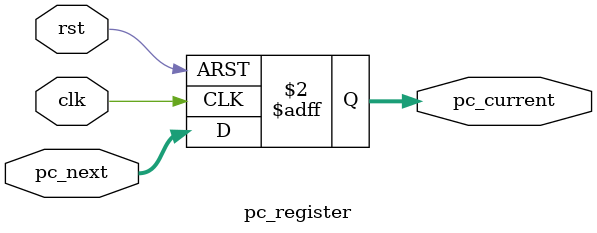
<source format=v>

`timescale 1ns/1ps

module pc_register(
    input wire clk,              // 时钟信号
    input wire rst,              // 复位信号
    input wire [31:0] pc_next,   // 下一个 PC 值
    output reg [31:0] pc_current // 当前 PC 值
);

    // 在时钟上升沿或复位时更新 PC
    always @(posedge clk or posedge rst) begin
        if (rst) begin
            pc_current <= 32'h00000000;  // 复位时 PC 归零
        end else begin
            pc_current <= pc_next;        // 正常情况下更新为下一个 PC
        end
    end

endmodule

</source>
